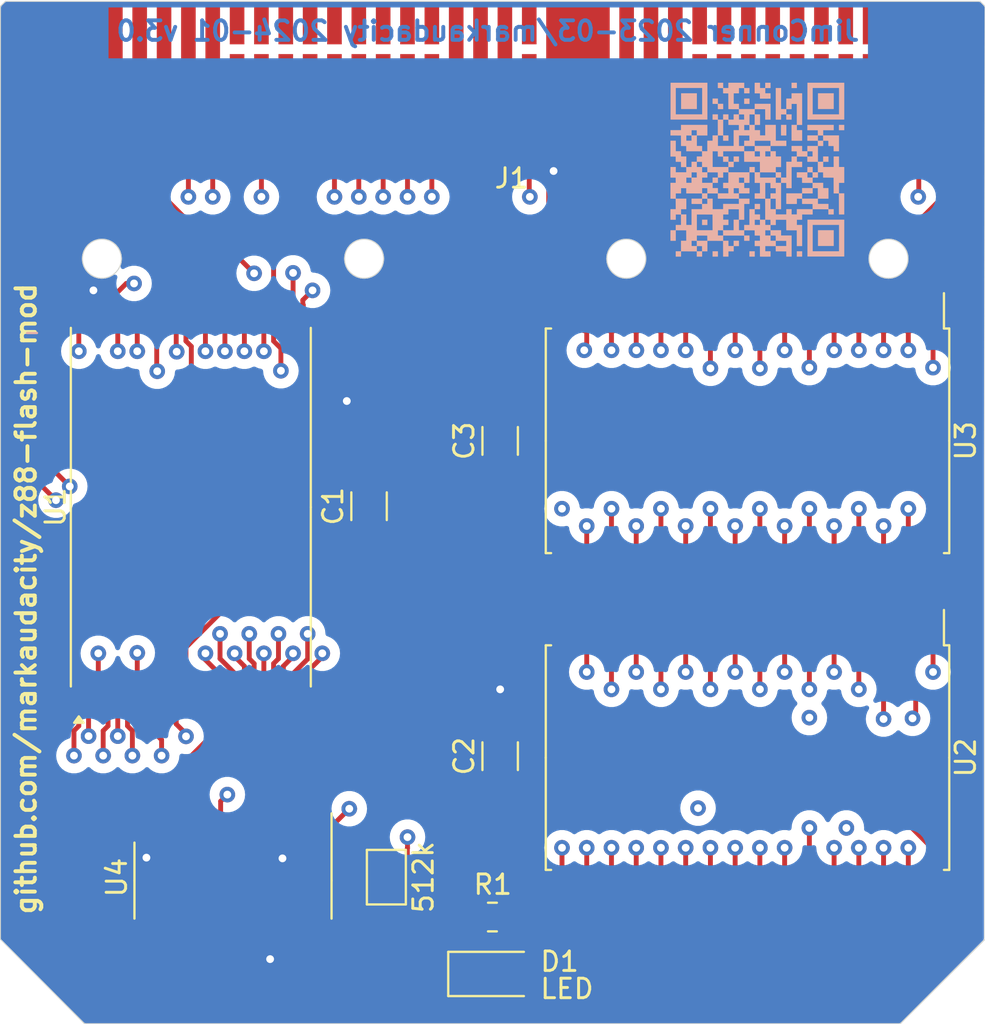
<source format=kicad_pcb>
(kicad_pcb (version 20240108) (generator "pcbnew") (generator_version "8.0")
  (layers (0 "F.Cu" signal) (1 "In1.Cu" signal) (2 "In2.Cu" signal) (31 "B.Cu" signal) (34 "B.Paste" user) (35 "F.Paste" user) (36 "B.SilkS" user "B.Silkscreen") (37 "F.SilkS" user "F.Silkscreen") (38 "B.Mask" user) (39 "F.Mask" user) (44 "Edge.Cuts" user))
  (net 0 "")
  (net 1 "GND")
  (net 2 "VCC")
  (net 3 "/D2")
  (net 4 "/D1")
  (net 5 "/A14")
  (net 6 "/D0")
  (net 7 "/A13")
  (net 8 "/A0")
  (net 9 "/A8")
  (net 10 "/A1")
  (net 11 "/A9")
  (net 12 "/A2")
  (net 13 "/A11")
  (net 14 "/A3")
  (net 15 "/A4")
  (net 16 "/A10")
  (net 17 "/A5")
  (net 18 "/A6")
  (net 19 "/D7")
  (net 20 "/A7")
  (net 21 "/D6")
  (net 22 "/A12")
  (net 23 "/D5")
  (net 24 "/A15")
  (net 25 "/D4")
  (net 26 "/A16")
  (net 27 "/D3")
  (net 28 "/WEL")
  (net 29 "/ROE")
  (net 30 "Net-(D1-K)")
  (net 31 "Net-(D1-A)")
  (net 55 "/A17")
  (net 56 "/A19")
  (net 57 "/A18")
  (net 58 "/~{SE1}")
  (net 76 "Net-(JP1-A)")
  (net 77 "Net-(U3-CE#)")
  (footprint "Capacitor_SMD:C_1206_3216Metric" (layer "F.Cu") (at 141.351 101.727 90)
    (property "Reference" "C2")
    (property "Value" "100nF")
  )
  (footprint "Capacitor_SMD:C_1206_3216Metric" (layer "F.Cu") (at 141.351 85.549 90)
    (property "Reference" "C3")
    (property "Value" "100nF")
  )
  (footprint "Package_SO:SSOP-32_11.305x20.495mm_P1.27mm" (layer "F.Cu") (at 154.051 101.8 -90)
    (property "Reference" "U2")
    (property "Value" "HY628400A LLG-70")
  )
  (footprint "Package_SO:SO-16_3.9x9.9mm_P1.27mm" (layer "F.Cu") (at 127.635 108.112 -90)
    (property "Reference" "U4")
    (property "Value" "74LS139")
  )
  (footprint "LED_SMD:LED_1206_3216Metric" (layer "F.Cu") (at 140.97 112.903)
    (property "Reference" "D1")
    (property "Value" "LED")
  )
  (footprint "Package_SO:TSOP-I-48_18.4x12mm_P0.5mm" (layer "F.Cu") (at 125.469 88.949 90)
    (property "Reference" "U1")
    (property "Value" "AM29F800B [JEDEC 1024k x8 / 512k x 16]")
  )
  (footprint "Jumper:SolderJumper-2_P1.3mm_Open_Pad1.0x1.5mm" (layer "F.Cu") (at 135.509 107.935 90)
    (property "Reference" "JP1")
    (property "Value" "512k")
  )
  (footprint "Resistor_SMD:R_0805_2012Metric_Pad1.20x1.40mm_HandSolder" (layer "F.Cu") (at 140.954 109.982)
    (property "Reference" "R1")
    (property "Value" "220R")
  )
  (footprint "Capacitor_SMD:C_1206_3216Metric" (layer "F.Cu") (at 134.62 88.9 90)
    (property "Reference" "C1")
    (property "Value" "100nF" (hide yes))
  )
  (footprint "Z88_Connector:Z88_connector" (layer "F.Cu") (at 117.844 64.199)
    (property "Reference" "J1")
    (property "Value" "Conn_Z88" (hide yes))
  )
  (footprint "Package_SO:SSOP-32_11.305x20.495mm_P1.27mm" (layer "F.Cu") (at 154.051 85.544 -90)
    (property "Reference" "U3")
    (property "Value" "HY628400A LLG-70")
  )
  (footprint "LOGO" (layer "B.Cu") (at 154.559 71.628 180)
    (property "Reference" "QR_code" (hide yes))
    (property "Value" "LOGO" (hide yes))
  )
  (gr_poly (pts (xy 138.719 66.699) (xy 141.969 66.699) (xy 141.969 70.699) (xy 140.344 72.324) (xy 138.719 70.699)) (fill solid) (layer "F.Cu") (net 2))
  (gr_poly (pts (xy 143.719 63.199) (xy 146.969 63.199) (xy 146.969 68.199) (xy 145.719 68.199) (xy 145.719 70.699) (xy 143.719 72.699)) (fill solid) (layer "F.Cu") (net 1))
  (gr_line (start 117.062 80.01) (end 117.57 80.01) (stroke (width 0.12)) (layer "B.SilkS"))
  (gr_circle (center 147.828 76.2) (end 148.828 76.2) (stroke (width 0.05)) (fill none) (layer "Edge.Cuts"))
  (gr_line (start 115.697 63.246) (end 115.951 62.992) (stroke (width 0.05)) (layer "Edge.Cuts"))
  (gr_circle (center 134.366 76.2) (end 135.366 76.2) (stroke (width 0.05)) (fill none) (layer "Edge.Cuts"))
  (gr_circle (center 120.904 76.2) (end 121.904 76.2) (stroke (width 0.05)) (fill none) (layer "Edge.Cuts"))
  (gr_line (start 120.015 115.459) (end 115.697 111.125) (stroke (width 0.05)) (layer "Edge.Cuts"))
  (gr_line (start 166.243 111.125) (end 161.893 115.459) (stroke (width 0.05)) (layer "Edge.Cuts"))
  (gr_line (start 161.893 115.459) (end 120.015 115.459) (stroke (width 0.05)) (layer "Edge.Cuts"))
  (gr_line (start 165.989 62.992) (end 166.243 63.246) (stroke (width 0.05)) (layer "Edge.Cuts"))
  (gr_circle (center 161.29 76.2) (end 162.29 76.2) (stroke (width 0.05)) (fill none) (layer "Edge.Cuts"))
  (gr_line (start 115.951 62.992) (end 165.989 62.992) (stroke (width 0.05)) (layer "Edge.Cuts"))
  (gr_line (start 115.697 63.246) (end 115.697 111.125) (stroke (width 0.05)) (layer "Edge.Cuts"))
  (gr_line (start 166.243 63.246) (end 166.243 111.125) (stroke (width 0.05)) (layer "Edge.Cuts"))
  (gr_text "JimConner 2023-03/markaudacity 2024-01 v3.0" (at 140.716 64.516 0) (layer "B.Cu") (effects (font (size 1 1) (thickness 0.2)) (justify mirror)))
  (gr_text "github.com/markaudacity/z88-flash-mod" (at 117.594 109.949 90) (layer "F.SilkS") (effects (font (size 1 1) (thickness 0.2) (bold yes)) (justify left bottom)))
  (segment (start 128.27 110.687) (end 128.27 111.125) (width 0.25) (layer "F.Cu") (net 1))
  (segment (start 144.094 71.699) (end 144.094 75.489) (width 0.75) (layer "F.Cu") (net 1))
  (segment (start 130.81 110.687) (end 130.81 111.125) (width 0.25) (layer "F.Cu") (net 1))
  (segment (start 120.219 78.074) (end 120.469 77.824) (width 0.25) (layer "F.Cu") (net 1))
  (segment (start 144.094 75.489) (end 143.383 76.2) (width 0.75) (layer "F.Cu") (net 1))
  (segment (start 141.351 98.298) (end 141.351 100.252) (width 0.5) (layer "F.Cu") (net 1))
  (segment (start 134.62 84.645) (end 134.62 87.425) (width 0.25) (layer "F.Cu") (net 1))
  (segment (start 130.81 111.379) (end 130.81 110.687) (width 0.5) (layer "F.Cu") (net 1))
  (segment (start 133.477 83.502) (end 133.433702 83.502) (width 0.25) (layer "F.Cu") (net 1))
  (segment (start 141.351 84.074) (end 141.351 78.232) (width 0.75) (layer "F.Cu") (net 1))
  (segment (start 123.19 106.934) (end 123.19 105.537) (width 0.5) (layer "F.Cu") (net 1))
  (segment (start 144.526 77.343) (end 143.383 76.2) (width 0.5) (layer "F.Cu") (net 1))
  (segment (start 144.145 97.282) (end 144.526 96.901) (width 0.5) (layer "F.Cu") (net 1))
  (segment (start 144.526 78.994) (end 144.526 77.343) (width 0.5) (layer "F.Cu") (net 1))
  (segment (start 129.54 112.141) (end 130.048 112.141) (width 0.5) (layer "F.Cu") (net 1))
  (segment (start 141.351 98.298) (end 142.367 97.282) (width 0.5) (layer "F.Cu") (net 1))
  (segment (start 120.469 77.824) (end 120.719 78.074) (width 0.25) (layer "F.Cu") (net 1))
  (segment (start 129.54 106.336) (end 129.54 105.537) (width 0.5) (layer "F.Cu") (net 1))
  (segment (start 130.219 80.287298) (end 130.219 79.2615) (width 0.25) (layer "F.Cu") (net 1))
  (segment (start 144.094 66.949) (end 144.094 71.699) (width 0.75) (layer "F.Cu") (net 1))
  (segment (start 120.219 79.2615) (end 120.219 78.074) (width 0.25) (layer "F.Cu") (net 1))
  (segment (start 120.719 78.074) (end 120.719 79.2615) (width 0.25) (layer "F.Cu") (net 1))
  (segment (start 130.175 106.971) (end 129.54 106.336) (width 0.5) (layer "F.Cu") (net 1))
  (segment (start 133.433702 83.502) (end 130.219 80.287298) (width 0.25) (layer "F.Cu") (net 1))
  (segment (start 142.367 97.282) (end 144.145 97.282) (width 0.5) (layer "F.Cu") (net 1))
  (segment (start 128.27 111.506) (end 128.27 110.687) (width 0.5) (layer "F.Cu") (net 1))
  (segment (start 141.351 78.232) (end 143.383 76.2) (width 0.75) (layer "F.Cu") (net 1))
  (segment (start 133.477 83.502) (end 134.62 84.645) (width 0.25) (layer "F.Cu") (net 1))
  (segment (start 128.905 112.141) (end 128.27 111.506) (width 0.5) (layer "F.Cu") (net 1))
  (segment (start 129.54 110.687) (end 129.54 112.141) (width 0.5) (layer "F.Cu") (net 1))
  (segment (start 144.526 96.901) (end 144.526 95.25) (width 0.5) (layer "F.Cu") (net 1))
  (segment (start 130.048 112.141) (end 130.81 111.379) (width 0.5) (layer "F.Cu") (net 1))
  (segment (start 129.54 112.141) (end 128.905 112.141) (width 0.5) (layer "F.Cu") (net 1))
  (via (at 123.19 106.934) (size 0.8) (drill 0.4) (layers "F.Cu" "B.Cu") (net 1))
  (via (at 141.351 98.298) (size 0.8) (drill 0.4) (layers "F.Cu" "B.Cu") (net 1))
  (via (at 133.477 83.502) (size 0.8) (drill 0.4) (layers "F.Cu" "B.Cu") (net 1))
  (via (at 120.469 77.824) (size 0.8) (drill 0.4) (layers "F.Cu" "B.Cu") (net 1))
  (via (at 129.54 112.141) (size 0.8) (drill 0.4) (layers "F.Cu" "B.Cu") (net 1))
  (via (at 130.175 106.971) (size 0.8) (drill 0.4) (layers "F.Cu" "B.Cu") (net 1))
  (via (at 144.094 71.699) (size 0.8) (drill 0.4) (layers "F.Cu" "B.Cu") (net 1))
  (segment (start 161.919 87.024) (end 141.351 87.024) (width 0.5) (layer "F.Cu") (net 2))
  (segment (start 138.303 107.537) (end 139.954 109.188) (width 0.75) (layer "F.Cu") (net 2))
  (segment (start 163.576 92.094) (end 163.576 88.681) (width 0.5) (layer "F.Cu") (net 2))
  (segment (start 139.954 109.188) (end 139.954 109.982) (width 0.75) (layer "F.Cu") (net 2))
  (segment (start 163.576 88.681) (end 161.919 87.024) (width 0.5) (layer "F.Cu") (net 2))
  (segment (start 125.219 98.6365) (end 125.219 96.142) (width 0.25) (layer "F.Cu") (net 2))
  (segment (start 138.303 108.585) (end 138.303 107.537) (width 0.75) (layer "F.Cu") (net 2))
  (segment (start 136.201 110.687) (end 138.303 108.585) (width 0.75) (layer "F.Cu") (net 2))
  (segment (start 160.460859 103.202) (end 163.576 106.317141) (width 0.5) (layer "F.Cu") (net 2))
  (segment (start 132.08 110.687) (end 136.201 110.687) (width 0.75) (layer "F.Cu") (net 2))
  (segment (start 134.62 90.375) (end 135.939 90.375) (width 0.75) (layer "F.Cu") (net 2))
  (segment (start 138.303 85.217) (end 138.303 88.011) (width 0.75) (layer "F.Cu") (net 2))
  (segment (start 140.11 87.024) (end 138.303 85.217) (width 0.75) (layer "F.Cu") (net 2))
  (segment (start 140.344 69.5115) (end 140.344 73.4605) (width 0.75) (layer "F.Cu") (net 2))
  (segment (start 125.494 84.8795) (end 125.494 80.698695) (width 0.25) (layer "F.Cu") (net 2))
  (segment (start 163.576 106.317141) (end 163.576 108.35) (width 0.5) (layer "F.Cu") (net 2))
  (segment (start 125.219 80.423695) (end 125.219 79.2615) (width 0.25) (layer "F.Cu") (net 2))
  (segment (start 140.344 73.4605) (end 138.303 75.5015) (width 0.75) (layer "F.Cu") (net 2))
  (segment (start 138.303 101.6) (end 138.303 107.537) (width 0.75) (layer "F.Cu") (net 2))
  (segment (start 130.9895 90.375) (end 125.494 84.8795) (width 0.25) (layer "F.Cu") (net 2))
  (segment (start 141.351 103.202) (end 139.905 103.202) (width 0.75) (layer "F.Cu") (net 2))
  (segment (start 125.494 80.698695) (end 125.219 80.423695) (width 0.25) (layer "F.Cu") (net 2))
  (segment (start 138.303 75.5015) (end 138.303 85.217) (width 0.75) (layer "F.Cu") (net 2))
  (segment (start 134.62 90.375) (end 130.9895 90.375) (width 0.25) (layer "F.Cu") (net 2))
  (segment (start 135.939 90.375) (end 138.303 88.011) (width 0.75) (layer "F.Cu") (net 2))
  (segment (start 141.351 87.024) (end 140.11 87.024) (width 0.75) (layer "F.Cu") (net 2))
  (segment (start 139.905 103.202) (end 138.303 101.6) (width 0.75) (layer "F.Cu") (net 2))
  (segment (start 138.303 88.011) (end 138.303 101.6) (width 0.75) (layer "F.Cu") (net 2))
  (segment (start 125.219 96.142) (end 130.986 90.375) (width 0.25) (layer "F.Cu") (net 2))
  (segment (start 141.351 103.202) (end 160.460859 103.202) (width 0.5) (layer "F.Cu") (net 2))
  (segment (start 145.796 74.93) (end 147.844 72.882) (width 0.25) (layer "F.Cu") (net 3))
  (segment (start 127.219 79.2615) (end 127.219 80.949) (width 0.25) (layer "F.Cu") (net 3))
  (segment (start 145.669 80.899) (end 145.796 80.772) (width 0.25) (layer "F.Cu") (net 3))
  (segment (start 145.796 80.772) (end 145.796 78.994) (width 0.25) (layer "F.Cu") (net 3))
  (segment (start 145.796 97.409) (end 145.796 95.25) (width 0.25) (layer "F.Cu") (net 3))
  (segment (start 145.669 79.121) (end 145.796 78.994) (width 0.25) (layer "F.Cu") (net 3))
  (segment (start 147.844 72.882) (end 147.844 69.199) (width 0.25) (layer "F.Cu") (net 3))
  (segment (start 145.796 78.994) (end 145.796 74.93) (width 0.25) (layer "F.Cu") (net 3))
  (via (at 145.669 80.899) (size 0.8) (drill 0.4) (layers "F.Cu" "B.Cu") (net 3))
  (via (at 127.219 80.949) (size 0.8) (drill 0.4) (layers "F.Cu" "B.Cu") (net 3))
  (via (at 145.796 97.409) (size 0.8) (drill 0.4) (layers "F.Cu" "B.Cu") (net 3))
  (segment (start 147.066 78.994) (end 147.066 80.899) (width 0.25) (layer "F.Cu") (net 4))
  (segment (start 147.066 98.189611) (end 147.066 95.25) (width 0.25) (layer "F.Cu") (net 4))
  (segment (start 146.431 76.835) (end 146.431 75.5015) (width 0.25) (layer "F.Cu") (net 4))
  (segment (start 128.219 79.2615) (end 128.219 80.949) (width 0.25) (layer "F.Cu") (net 4))
  (segment (start 149.094 72.8385) (end 149.094 69.199) (width 0.25) (layer "F.Cu") (net 4))
  (segment (start 146.431 75.5015) (end 149.094 72.8385) (width 0.25) (layer "F.Cu") (net 4))
  (segment (start 147.066 77.47) (end 146.431 76.835) (width 0.25) (layer "F.Cu") (net 4))
  (segment (start 147.007153 98.248458) (end 147.066 98.189611) (width 0.25) (layer "F.Cu") (net 4))
  (segment (start 147.066 78.994) (end 147.066 77.47) (width 0.25) (layer "F.Cu") (net 4))
  (via (at 147.066 98.298) (size 0.8) (drill 0.4) (layers "F.Cu" "B.Cu") (net 4))
  (via (at 128.219 80.949) (size 0.8) (drill 0.4) (layers "F.Cu" "B.Cu") (net 4))
  (via (at 147.066 80.899) (size 0.8) (drill 0.4) (layers "F.Cu" "B.Cu") (net 4))
  (segment (start 142.844 68.199) (end 142.844 72.994) (width 0.25) (layer "F.Cu") (net 5))
  (segment (start 161.036 99.822) (end 161.036 95.25) (width 0.25) (layer "F.Cu") (net 5))
  (segment (start 161.036 78.994) (end 161.036 80.899) (width 0.25) (layer "F.Cu") (net 5))
  (segment (start 142.844 72.994) (end 142.875 73.025) (width 0.25) (layer "F.Cu") (net 5))
  (segment (start 120.719 98.6365) (end 120.719 96.449) (width 0.25) (layer "F.Cu") (net 5))
  (via (at 161.036 80.899) (size 0.8) (drill 0.4) (layers "F.Cu" "B.Cu") (net 5))
  (via (at 161.036 99.822) (size 0.8) (drill 0.4) (layers "F.Cu" "B.Cu") (net 5))
  (via (at 142.875 73.025) (size 0.8) (drill 0.4) (layers "F.Cu" "B.Cu") (net 5))
  (via (at 120.719 96.449) (size 0.8) (drill 0.4) (layers "F.Cu" "B.Cu") (net 5))
  (segment (start 148.336 77.724) (end 149.225 76.835) (width 0.25) (layer "F.Cu") (net 6))
  (segment (start 149.225 74.144) (end 150.344 73.025) (width 0.25) (layer "F.Cu") (net 6))
  (segment (start 148.344 80.899) (end 148.336 80.891) (width 0.25) (layer "F.Cu") (net 6))
  (segment (start 129.219 79.2615) (end 129.219 80.949) (width 0.25) (layer "F.Cu") (net 6))
  (segment (start 148.336 80.891) (end 148.336 78.994) (width 0.25) (layer "F.Cu") (net 6))
  (segment (start 150.344 73.025) (end 150.344 69.199) (width 0.25) (layer "F.Cu") (net 6))
  (segment (start 149.225 76.835) (end 149.225 74.144) (width 0.25) (layer "F.Cu") (net 6))
  (segment (start 148.336 78.994) (end 148.336 77.724) (width 0.25) (layer "F.Cu") (net 6))
  (segment (start 148.336 95.25) (end 148.336 97.409) (width 0.25) (layer "F.Cu") (net 6))
  (via (at 148.344 80.899) (size 0.8) (drill 0.4) (layers "F.Cu" "B.Cu") (net 6))
  (via (at 129.219 80.949) (size 0.8) (drill 0.4) (layers "F.Cu" "B.Cu") (net 6))
  (via (at 148.336 97.409) (size 0.8) (drill 0.4) (layers "F.Cu" "B.Cu") (net 6))
  (segment (start 158.496 89.916) (end 158.496 92.094) (width 0.25) (layer "F.Cu") (net 7))
  (segment (start 158.496 108.35) (end 158.496 106.426) (width 0.25) (layer "F.Cu") (net 7))
  (segment (start 136.594 68.199) (end 136.594 73.025) (width 0.25) (layer "F.Cu") (net 7))
  (segment (start 121.219 98.6365) (end 121.219 100.173695) (width 0.25) (layer "F.Cu") (net 7))
  (segment (start 120.969 100.423695) (end 120.969 101.699) (width 0.25) (layer "F.Cu") (net 7))
  (segment (start 158.496 92.094) (end 158.496 89.789) (width 0.25) (layer "F.Cu") (net 7))
  (segment (start 121.219 100.173695) (end 120.969 100.423695) (width 0.25) (layer "F.Cu") (net 7))
  (via (at 158.496 89.916) (size 0.8) (drill 0.4) (layers "F.Cu" "B.Cu") (net 7))
  (via (at 158.496 106.426) (size 0.8) (drill 0.4) (layers "F.Cu" "B.Cu") (net 7))
  (via (at 136.594 73.025) (size 0.8) (drill 0.4) (layers "F.Cu" "B.Cu") (net 7))
  (via (at 120.969 101.699) (size 0.8) (drill 0.4) (layers "F.Cu" "B.Cu") (net 7))
  (segment (start 121.219 78.406236) (end 121.219 79.2615) (width 0.25) (layer "F.Cu") (net 8))
  (segment (start 149.606 78.994) (end 149.606 77.47) (width 0.25) (layer "F.Cu") (net 8))
  (segment (start 149.606 77.47) (end 149.987 77.089) (width 0.25) (layer "F.Cu") (net 8))
  (segment (start 149.606 80.899) (end 149.606 78.994) (width 0.25) (layer "F.Cu") (net 8))
  (segment (start 122.155236 77.47) (end 121.219 78.406236) (width 0.25) (layer "F.Cu") (net 8))
  (segment (start 122.555 77.47) (end 122.155236 77.47) (width 0.25) (layer "F.Cu") (net 8))
  (segment (start 149.606 98.298) (end 149.606 95.25) (width 0.25) (layer "F.Cu") (net 8))
  (segment (start 149.987 77.089) (end 149.987 74.632) (width 0.25) (layer "F.Cu") (net 8))
  (segment (start 151.594 73.025) (end 151.594 68.199) (width 0.25) (layer "F.Cu") (net 8))
  (segment (start 149.987 74.632) (end 151.594 73.025) (width 0.25) (layer "F.Cu") (net 8))
  (via (at 149.606 80.899) (size 0.8) (drill 0.4) (layers "F.Cu" "B.Cu") (net 8))
  (via (at 149.606 98.298) (size 0.8) (drill 0.4) (layers "F.Cu" "B.Cu") (net 8))
  (via (at 122.555 77.47) (size 0.8) (drill 0.4) (layers "F.Cu" "B.Cu") (net 8))
  (segment (start 135.344 73.025) (end 135.344 68.199) (width 0.25) (layer "F.Cu") (net 9))
  (segment (start 128.219 97.110701) (end 127.719003 96.610704) (width 0.25) (layer "F.Cu") (net 9))
  (segment (start 127.719003 96.610704) (end 127.719003 96.449) (width 0.25) (layer "F.Cu") (net 9))
  (segment (start 128.219 98.6365) (end 128.219 97.110701) (width 0.25) (layer "F.Cu") (net 9))
  (segment (start 157.226 105.41) (end 157.226 108.35) (width 0.25) (layer "F.Cu") (net 9))
  (segment (start 157.226 89.027) (end 157.226 92.094) (width 0.25) (layer "F.Cu") (net 9))
  (via (at 157.226 89.027) (size 0.8) (drill 0.4) (layers "F.Cu" "B.Cu") (net 9))
  (via (at 135.344 73.025) (size 0.8) (drill 0.4) (layers "F.Cu" "B.Cu") (net 9))
  (via (at 157.226 99.748) (size 0.8) (drill 0.4) (layers "F.Cu" "B.Cu") (net 9))
  (via (at 157.226 105.41) (size 0.8) (drill 0.4) (layers "F.Cu" "B.Cu") (net 9))
  (via (at 127.719003 96.449) (size 0.8) (drill 0.4) (layers "F.Cu" "B.Cu") (net 9))
  (segment (start 150.876 97.409) (end 150.876 95.25) (width 0.25) (layer "F.Cu") (net 10))
  (segment (start 131.719 77.824) (end 131.219 78.324) (width 0.25) (layer "F.Cu") (net 10))
  (segment (start 152.844 72.962) (end 152.844 68.199) (width 0.25) (layer "F.Cu") (net 10))
  (segment (start 150.876 78.994) (end 150.876 74.93) (width 0.25) (layer "F.Cu") (net 10))
  (segment (start 131.219 78.324) (end 131.219 79.2615) (width 0.25) (layer "F.Cu") (net 10))
  (segment (start 150.876 74.93) (end 152.844 72.962) (width 0.25) (layer "F.Cu") (net 10))
  (segment (start 150.876 80.899) (end 150.876 78.994) (width 0.25) (layer "F.Cu") (net 10))
  (via (at 150.876 80.899) (size 0.8) (drill 0.4) (layers "F.Cu" "B.Cu") (net 10))
  (via (at 131.719 77.824) (size 0.8) (drill 0.4) (layers "F.Cu" "B.Cu") (net 10))
  (via (at 150.876 97.409) (size 0.8) (drill 0.4) (layers "F.Cu" "B.Cu") (net 10))
  (segment (start 123.219 98.6365) (end 123.219 100.1365) (width 0.25) (layer "F.Cu") (net 11))
  (segment (start 134.094 68.199) (end 134.094 73.025) (width 0.25) (layer "F.Cu") (net 11))
  (segment (start 123.969 100.8865) (end 123.969 101.699) (width 0.25) (layer "F.Cu") (net 11))
  (segment (start 155.956 108.35) (end 155.956 106.426) (width 0.25) (layer "F.Cu") (net 11))
  (segment (start 155.956 89.916) (end 155.956 92.094) (width 0.25) (layer "F.Cu") (net 11))
  (segment (start 123.219 100.1365) (end 123.969 100.8865) (width 0.25) (layer "F.Cu") (net 11))
  (via (at 123.969 101.699) (size 0.8) (drill 0.4) (layers "F.Cu" "B.Cu") (net 11))
  (via (at 155.956 89.916) (size 0.8) (drill 0.4) (layers "F.Cu" "B.Cu") (net 11))
  (via (at 155.956 106.426) (size 0.8) (drill 0.4) (layers "F.Cu" "B.Cu") (net 11))
  (via (at 134.094 73.025) (size 0.8) (drill 0.4) (layers "F.Cu" "B.Cu") (net 11))
  (segment (start 131.219 97.626514) (end 132.219 96.626514) (width 0.25) (layer "F.Cu") (net 12))
  (segment (start 152.146 74.93) (end 154.094 72.982) (width 0.25) (layer "F.Cu") (net 12))
  (segment (start 152.146 78.994) (end 152.146 81.824) (width 0.25) (layer "F.Cu") (net 12))
  (segment (start 132.219 96.626514) (end 132.219 96.449) (width 0.25) (layer "F.Cu") (net 12))
  (segment (start 154.094 72.982) (end 154.094 68.199) (width 0.25) (layer "F.Cu") (net 12))
  (segment (start 152.146 78.994) (end 152.146 74.93) (width 0.25) (layer "F.Cu") (net 12))
  (segment (start 152.146 98.298) (end 152.146 95.25) (width 0.25) (layer "F.Cu") (net 12))
  (segment (start 131.219 98.6365) (end 131.219 97.626514) (width 0.25) (layer "F.Cu") (net 12))
  (via (at 152.146 98.298) (size 0.8) (drill 0.4) (layers "F.Cu" "B.Cu") (net 12))
  (via (at 152.146 81.824) (size 0.8) (drill 0.4) (layers "F.Cu" "B.Cu") (net 12))
  (via (at 132.219 96.449) (size 0.8) (drill 0.4) (layers "F.Cu" "B.Cu") (net 12))
  (segment (start 154.686 89.027) (end 154.686 92.094) (width 0.25) (layer "F.Cu") (net 13))
  (segment (start 154.686 108.35) (end 154.686 106.426) (width 0.25) (layer "F.Cu") (net 13))
  (segment (start 122.219 98.6365) (end 122.219 100.173695) (width 0.25) (layer "F.Cu") (net 13))
  (segment (start 122.219 100.173695) (end 122.469 100.423695) (width 0.25) (layer "F.Cu") (net 13))
  (segment (start 122.469 100.423695) (end 122.469 101.699) (width 0.25) (layer "F.Cu") (net 13))
  (segment (start 132.844 73.025) (end 132.844 68.199) (width 0.25) (layer "F.Cu") (net 13))
  (via (at 132.844 73.025) (size 0.8) (drill 0.4) (layers "F.Cu" "B.Cu") (net 13))
  (via (at 122.469 101.699) (size 0.8) (drill 0.4) (layers "F.Cu" "B.Cu") (net 13))
  (via (at 154.686 89.027) (size 0.8) (drill 0.4) (layers "F.Cu" "B.Cu") (net 13))
  (via (at 154.686 106.426) (size 0.8) (drill 0.4) (layers "F.Cu" "B.Cu") (net 13))
  (segment (start 131.469 96.740118) (end 131.469 95.449) (width 0.25) (layer "F.Cu") (net 14))
  (segment (start 153.416 78.994) (end 153.416 80.899) (width 0.25) (layer "F.Cu") (net 14))
  (segment (start 153.416 74.93) (end 155.344 73.002) (width 0.25) (layer "F.Cu") (net 14))
  (segment (start 153.416 78.994) (end 153.416 74.93) (width 0.25) (layer "F.Cu") (net 14))
  (segment (start 155.344 73.002) (end 155.344 68.199) (width 0.25) (layer "F.Cu") (net 14))
  (segment (start 130.719 98.6365) (end 130.719 97.490118) (width 0.25) (layer "F.Cu") (net 14))
  (segment (start 153.416 97.409) (end 153.416 95.25) (width 0.25) (layer "F.Cu") (net 14))
  (segment (start 130.719 97.490118) (end 131.469 96.740118) (width 0.25) (layer "F.Cu") (net 14))
  (via (at 153.416 80.899) (size 0.8) (drill 0.4) (layers "F.Cu" "B.Cu") (net 14))
  (via (at 153.416 97.409) (size 0.8) (drill 0.4) (layers "F.Cu" "B.Cu") (net 14))
  (via (at 131.469 95.449) (size 0.8) (drill 0.4) (layers "F.Cu" "B.Cu") (net 14))
  (segment (start 130.219 98.6365) (end 130.219 97.110701) (width 0.25) (layer "F.Cu") (net 15))
  (segment (start 154.686 78.994) (end 154.686 81.824) (width 0.25) (layer "F.Cu") (net 15))
  (segment (start 154.686 98.298) (end 154.686 95.25) (width 0.25) (layer "F.Cu") (net 15))
  (segment (start 154.686 78.994) (end 154.686 74.933) (width 0.25) (layer "F.Cu") (net 15))
  (segment (start 156.594 73.025) (end 156.594 68.199) (width 0.25) (layer "F.Cu") (net 15))
  (segment (start 130.719 96.610701) (end 130.719 96.449) (width 0.25) (layer "F.Cu") (net 15))
  (segment (start 130.219 97.110701) (end 130.719 96.610701) (width 0.25) (layer "F.Cu") (net 15))
  (segment (start 154.686 74.933) (end 156.594 73.025) (width 0.25) (layer "F.Cu") (net 15))
  (via (at 130.719 96.449) (size 0.8) (drill 0.4) (layers "F.Cu" "B.Cu") (net 15))
  (via (at 154.686 98.298) (size 0.8) (drill 0.4) (layers "F.Cu" "B.Cu") (net 15))
  (via (at 154.686 81.824) (size 0.8) (drill 0.4) (layers "F.Cu" "B.Cu") (net 15))
  (segment (start 122.719 96.424) (end 122.719 98.6365) (width 0.25) (layer "F.Cu") (net 16))
  (segment (start 152.146 108.35) (end 152.146 106.426) (width 0.25) (layer "F.Cu") (net 16))
  (segment (start 129.094 68.199) (end 129.094 73.025) (width 0.25) (layer "F.Cu") (net 16))
  (segment (start 152.146 89.027) (end 152.146 92.094) (width 0.25) (layer "F.Cu") (net 16))
  (via (at 152.146 106.426) (size 0.8) (drill 0.4) (layers "F.Cu" "B.Cu") (net 16))
  (via (at 152.146 89.027) (size 0.8) (drill 0.4) (layers "F.Cu" "B.Cu") (net 16))
  (via (at 122.719 96.424) (size 0.8) (drill 0.4) (layers "F.Cu" "B.Cu") (net 16))
  (via (at 129.094 73.025) (size 0.8) (drill 0.4) (layers "F.Cu" "B.Cu") (net 16))
  (segment (start 155.956 97.409) (end 155.956 95.25) (width 0.25) (layer "F.Cu") (net 17))
  (segment (start 129.969 96.724305) (end 129.969 95.449) (width 0.25) (layer "F.Cu") (net 17))
  (segment (start 155.956 74.93) (end 157.861 73.025) (width 0.25) (layer "F.Cu") (net 17))
  (segment (start 129.719 98.6365) (end 129.719 96.974305) (width 0.25) (layer "F.Cu") (net 17))
  (segment (start 155.956 78.994) (end 155.956 74.93) (width 0.25) (layer "F.Cu") (net 17))
  (segment (start 129.719 96.974305) (end 129.969 96.724305) (width 0.25) (layer "F.Cu") (net 17))
  (segment (start 157.861 73.025) (end 157.861 68.043) (width 0.25) (layer "F.Cu") (net 17))
  (segment (start 155.956 78.994) (end 155.956 80.899) (width 0.25) (layer "F.Cu") (net 17))
  (segment (start 157.861 68.043) (end 157.896 68.008) (width 0.25) (layer "F.Cu") (net 17))
  (via (at 155.956 80.899) (size 0.8) (drill 0.4) (layers "F.Cu" "B.Cu") (net 17))
  (via (at 129.969 95.449) (size 0.8) (drill 0.4) (layers "F.Cu" "B.Cu") (net 17))
  (via (at 155.956 97.409) (size 0.8) (drill 0.4) (layers "F.Cu" "B.Cu") (net 17))
  (segment (start 157.226 98.298) (end 157.226 95.25) (width 0.25) (layer "F.Cu") (net 18))
  (segment (start 157.226 78.994) (end 157.226 74.931396) (width 0.25) (layer "F.Cu") (net 18))
  (segment (start 157.226 74.931396) (end 159.094 73.063396) (width 0.25) (layer "F.Cu") (net 18))
  (segment (start 159.094 73.063396) (end 159.094 68.199) (width 0.25) (layer "F.Cu") (net 18))
  (segment (start 157.226 78.994) (end 157.226 81.788) (width 0.25) (layer "F.Cu") (net 18))
  (segment (start 129.219 98.6365) (end 129.219 96.449) (width 0.25) (layer "F.Cu") (net 18))
  (via (at 157.226 98.298) (size 0.8) (drill 0.4) (layers "F.Cu" "B.Cu") (net 18))
  (via (at 157.226 81.788) (size 0.8) (drill 0.4) (layers "F.Cu" "B.Cu") (net 18))
  (via (at 129.219 96.449) (size 0.8) (drill 0.4) (layers "F.Cu" "B.Cu") (net 18))
  (segment (start 126.594 69.199) (end 126.594 73.025) (width 0.25) (layer "F.Cu") (net 19))
  (segment (start 149.606 108.35) (end 149.606 106.426) (width 0.25) (layer "F.Cu") (net 19))
  (segment (start 121.719 79.2615) (end 121.719 80.949) (width 0.25) (layer "F.Cu") (net 19))
  (segment (start 149.606 89.027) (end 149.606 92.094) (width 0.25) (layer "F.Cu") (net 19))
  (via (at 126.594 73.025) (size 0.8) (drill 0.4) (layers "F.Cu" "B.Cu") (net 19))
  (via (at 149.606 106.426) (size 0.8) (drill 0.4) (layers "F.Cu" "B.Cu") (net 19))
  (via (at 121.719 80.949) (size 0.8) (drill 0.4) (layers "F.Cu" "B.Cu") (net 19))
  (via (at 149.606 89.027) (size 0.8) (drill 0.4) (layers "F.Cu" "B.Cu") (net 19))
  (segment (start 128.719 98.6365) (end 128.719 96.974305) (width 0.25) (layer "F.Cu") (net 20))
  (segment (start 128.469 96.724305) (end 128.469 95.449) (width 0.25) (layer "F.Cu") (net 20))
  (segment (start 158.496 74.93) (end 160.344 73.082) (width 0.25) (layer "F.Cu") (net 20))
  (segment (start 158.496 97.409) (end 158.496 95.25) (width 0.25) (layer "F.Cu") (net 20))
  (segment (start 158.496 78.994) (end 158.496 74.93) (width 0.25) (layer "F.Cu") (net 20))
  (segment (start 158.496 78.994) (end 158.496 80.899) (width 0.25) (layer "F.Cu") (net 20))
  (segment (start 160.344 73.082) (end 160.344 68.199) (width 0.25) (layer "F.Cu") (net 20))
  (segment (start 128.719 96.974305) (end 128.469 96.724305) (width 0.25) (layer "F.Cu") (net 20))
  (via (at 128.469 95.449) (size 0.8) (drill 0.4) (layers "F.Cu" "B.Cu") (net 20))
  (via (at 158.496 80.899) (size 0.8) (drill 0.4) (layers "F.Cu" "B.Cu") (net 20))
  (via (at 158.496 97.409) (size 0.8) (drill 0.4) (layers "F.Cu" "B.Cu") (net 20))
  (segment (start 148.336 89.916) (end 148.336 92.094) (width 0.25) (layer "F.Cu") (net 21))
  (segment (start 125.344 69.199) (end 125.344 73.025) (width 0.25) (layer "F.Cu") (net 21))
  (segment (start 122.719 79.2615) (end 122.719 80.949) (width 0.25) (layer "F.Cu") (net 21))
  (segment (start 148.336 108.35) (end 148.336 106.426) (width 0.25) (layer "F.Cu") (net 21))
  (via (at 148.336 89.916) (size 0.8) (drill 0.4) (layers "F.Cu" "B.Cu") (net 21))
  (via (at 122.719 80.949) (size 0.8) (drill 0.4) (layers "F.Cu" "B.Cu") (net 21))
  (via (at 125.344 73.025) (size 0.8) (drill 0.4) (layers "F.Cu" "B.Cu") (net 21))
  (via (at 148.336 106.426) (size 0.8) (drill 0.4) (layers "F.Cu" "B.Cu") (net 21))
  (segment (start 161.594 73.102) (end 159.766 74.93) (width 0.25) (layer "F.Cu") (net 22))
  (segment (start 159.766 98.298) (end 159.766 95.25) (width 0.25) (layer "F.Cu") (net 22))
  (segment (start 159.766 74.93) (end 159.766 78.994) (width 0.25) (layer "F.Cu") (net 22))
  (segment (start 159.766 78.994) (end 159.766 80.899) (width 0.25) (layer "F.Cu") (net 22))
  (segment (start 161.594 68.199) (end 161.594 73.102) (width 0.25) (layer "F.Cu") (net 22))
  (segment (start 121.719 98.6365) (end 121.719 100.699) (width 0.25) (layer "F.Cu") (net 22))
  (via (at 159.126 105.41) (size 0.8) (drill 0.4) (layers "F.Cu" "B.Cu") (net 22))
  (via (at 159.766 98.298) (size 0.8) (drill 0.4) (layers "F.Cu" "B.Cu") (net 22))
  (via (at 159.766 80.899) (size 0.8) (drill 0.4) (layers "F.Cu" "B.Cu") (net 22))
  (via (at 121.719 100.699) (size 0.8) (drill 0.4) (layers "F.Cu" "B.Cu") (net 22))
  (segment (start 123.719 81.949) (end 123.744305 81.974305) (width 0.25) (layer "F.Cu") (net 23))
  (segment (start 123.719 79.2615) (end 123.719 81.949) (width 0.25) (layer "F.Cu") (net 23))
  (segment (start 147.066 108.35) (end 147.066 106.426) (width 0.25) (layer "F.Cu") (net 23))
  (segment (start 123.719 75.205) (end 123.719 79.2615) (width 0.25) (layer "F.Cu") (net 23))
  (segment (start 121.594 73.08) (end 123.719 75.205) (width 0.25) (layer "F.Cu") (net 23))
  (segment (start 147.066 89.027) (end 147.066 92.094) (width 0.25) (layer "F.Cu") (net 23))
  (segment (start 121.594 69.199) (end 121.594 73.08) (width 0.25) (layer "F.Cu") (net 23))
  (via (at 147.066 106.426) (size 0.8) (drill 0.4) (layers "F.Cu" "B.Cu") (net 23))
  (via (at 123.744305 81.974305) (size 0.8) (drill 0.4) (layers "F.Cu" "B.Cu") (net 23))
  (via (at 147.066 89.027) (size 0.8) (drill 0.4) (layers "F.Cu" "B.Cu") (net 23))
  (segment (start 162.306 108.35) (end 162.306 106.426) (width 0.25) (layer "F.Cu") (net 24))
  (segment (start 162.814 73.025) (end 162.844 72.995) (width 0.25) (layer "F.Cu") (net 24))
  (segment (start 120.219 98.6365) (end 120.219 100.699) (width 0.25) (layer "F.Cu") (net 24))
  (segment (start 162.306 89.027) (end 162.306 92.094) (width 0.25) (layer "F.Cu") (net 24))
  (segment (start 162.844 72.995) (end 162.844 68.199) (width 0.25) (layer "F.Cu") (net 24))
  (segment (start 162.814 68.09) (end 162.896 68.008) (width 0.25) (layer "F.Cu") (net 24))
  (via (at 120.219 100.699) (size 0.8) (drill 0.4) (layers "F.Cu" "B.Cu") (net 24))
  (via (at 162.306 89.027) (size 0.8) (drill 0.4) (layers "F.Cu" "B.Cu") (net 24))
  (via (at 162.814 73.025) (size 0.8) (drill 0.4) (layers "F.Cu" "B.Cu") (net 24))
  (via (at 162.306 106.426) (size 0.8) (drill 0.4) (layers "F.Cu" "B.Cu") (net 24))
  (segment (start 122.844 73.06) (end 124.719 74.935) (width 0.25) (layer "F.Cu") (net 25))
  (segment (start 122.844 69.199) (end 122.844 73.06) (width 0.25) (layer "F.Cu") (net 25))
  (segment (start 124.719 80.949) (end 124.744305 80.974305) (width 0.25) (layer "F.Cu") (net 25))
  (segment (start 145.796 92.094) (end 145.796 89.916) (width 0.25) (layer "F.Cu") (net 25))
  (segment (start 145.796 108.35) (end 145.796 106.426) (width 0.25) (layer "F.Cu") (net 25))
  (segment (start 124.719 79.2615) (end 124.719 80.949) (width 0.25) (layer "F.Cu") (net 25))
  (segment (start 124.719 74.935) (end 124.719 79.2615) (width 0.25) (layer "F.Cu") (net 25))
  (via (at 145.796 106.426) (size 0.8) (drill 0.4) (layers "F.Cu" "B.Cu") (net 25))
  (via (at 124.744305 80.974305) (size 0.8) (drill 0.4) (layers "F.Cu" "B.Cu") (net 25))
  (via (at 145.796 89.916) (size 0.8) (drill 0.4) (layers "F.Cu" "B.Cu") (net 25))
  (segment (start 162.306 98.044) (end 162.306 95.25) (width 0.25) (layer "F.Cu") (net 26))
  (segment (start 164.094 68.199) (end 164.094 73.015) (width 0.25) (layer "F.Cu") (net 26))
  (segment (start 119.469 100.423695) (end 119.469 101.699) (width 0.25) (layer "F.Cu") (net 26))
  (segment (start 162.687 99.621) (end 162.687 98.425) (width 0.25) (layer "F.Cu") (net 26))
  (segment (start 162.687 74.422) (end 162.687 77.089) (width 0.25) (layer "F.Cu") (net 26))
  (segment (start 162.306 78.994) (end 162.306 80.899) (width 0.25) (layer "F.Cu") (net 26))
  (segment (start 162.687 77.089) (end 162.306 77.47) (width 0.25) (layer "F.Cu") (net 26))
  (segment (start 119.719 100.173695) (end 119.469 100.423695) (width 0.25) (layer "F.Cu") (net 26))
  (segment (start 119.719 98.6365) (end 119.719 100.173695) (width 0.25) (layer "F.Cu") (net 26))
  (segment (start 162.523 99.785) (end 162.687 99.621) (width 0.25) (layer "F.Cu") (net 26))
  (segment (start 162.687 98.425) (end 162.306 98.044) (width 0.25) (layer "F.Cu") (net 26))
  (segment (start 162.306 77.47) (end 162.306 78.994) (width 0.25) (layer "F.Cu") (net 26))
  (segment (start 164.094 73.015) (end 162.687 74.422) (width 0.25) (layer "F.Cu") (net 26))
  (via (at 119.469 101.699) (size 0.8) (drill 0.4) (layers "F.Cu" "B.Cu") (net 26))
  (via (at 162.306 80.899) (size 0.8) (drill 0.4) (layers "F.Cu" "B.Cu") (net 26))
  (via (at 162.523 99.785) (size 0.8) (drill 0.4) (layers "F.Cu" "B.Cu") (net 26))
  (segment (start 124.094 73.04) (end 126.219 75.165) (width 0.25) (layer "F.Cu") (net 27))
  (segment (start 126.219 80.949) (end 126.219 79.2615) (width 0.25) (layer "F.Cu") (net 27))
  (segment (start 144.526 108.35) (end 144.526 106.426) (width 0.25) (layer "F.Cu") (net 27))
  (segment (start 124.094 69.199) (end 124.094 73.04) (width 0.25) (layer "F.Cu") (net 27))
  (segment (start 126.219 75.165) (end 126.219 79.2615) (width 0.25) (layer "F.Cu") (net 27))
  (via (at 144.526 89.027) (size 0.8) (drill 0.4) (layers "F.Cu" "B.Cu") (net 27))
  (via (at 126.219 80.949) (size 0.8) (drill 0.4) (layers "F.Cu" "B.Cu") (net 27))
  (via (at 144.526 106.426) (size 0.8) (drill 0.4) (layers "F.Cu" "B.Cu") (net 27))
  (segment (start 125.222 100.5815) (end 124.719 100.0785) (width 0.25) (layer "F.Cu") (net 28))
  (segment (start 159.766 108.35) (end 159.766 106.426) (width 0.25) (layer "F.Cu") (net 28))
  (segment (start 125.222 100.711) (end 125.222 100.5815) (width 0.25) (layer "F.Cu") (net 28))
  (segment (start 124.719 100.0785) (end 124.719 98.6365) (width 0.25) (layer "F.Cu") (net 28))
  (segment (start 137.844 68.199) (end 137.844 73.025) (width 0.25) (layer "F.Cu") (net 28))
  (segment (start 159.766 89.027) (end 159.766 92.094) (width 0.25) (layer "F.Cu") (net 28))
  (via (at 159.766 106.426) (size 0.8) (drill 0.4) (layers "F.Cu" "B.Cu") (net 28))
  (via (at 125.222 100.711) (size 0.8) (drill 0.4) (layers "F.Cu" "B.Cu") (net 28))
  (via (at 159.766 89.027) (size 0.8) (drill 0.4) (layers "F.Cu" "B.Cu") (net 28))
  (via (at 137.844 73.025) (size 0.8) (drill 0.4) (layers "F.Cu" "B.Cu") (net 28))
  (segment (start 130.094 81.949) (end 130.094 80.798695) (width 0.25) (layer "F.Cu") (net 29))
  (segment (start 129.719 79.2615) (end 129.719 75.132) (width 0.25) (layer "F.Cu") (net 29))
  (segment (start 130.344 74.507) (end 130.344 68.199) (width 0.25) (layer "F.Cu") (net 29))
  (segment (start 153.416 89.916) (end 153.416 92.094) (width 0.25) (layer "F.Cu") (net 29))
  (segment (start 130.094 80.798695) (end 129.719 80.423695) (width 0.25) (layer "F.Cu") (net 29))
  (segment (start 129.719 75.132) (end 130.344 74.507) (width 0.25) (layer "F.Cu") (net 29))
  (segment (start 129.719 80.423695) (end 129.719 79.2615) (width 0.25) (layer "F.Cu") (net 29))
  (segment (start 153.416 108.35) (end 153.416 106.426) (width 0.25) (layer "F.Cu") (net 29))
  (via (at 130.094 81.949) (size 0.8) (drill 0.4) (layers "F.Cu" "B.Cu") (net 29))
  (via (at 153.416 89.916) (size 0.8) (drill 0.4) (layers "F.Cu" "B.Cu") (net 29))
  (via (at 153.416 106.426) (size 0.8) (drill 0.4) (layers "F.Cu" "B.Cu") (net 29))
  (segment (start 122.174 104.267) (end 122.174 111.76) (width 0.25) (layer "F.Cu") (net 30))
  (segment (start 123.571 103.632) (end 122.809 103.632) (width 0.25) (layer "F.Cu") (net 30))
  (segment (start 126.719 98.6365) (end 126.719 100.484) (width 0.25) (layer "F.Cu") (net 30))
  (segment (start 122.174 111.76) (end 123.317 112.903) (width 0.25) (layer "F.Cu") (net 30))
  (segment (start 123.317 112.903) (end 139.57 112.903) (width 0.25) (layer "F.Cu") (net 30))
  (segment (start 126.719 100.484) (end 123.571 103.632) (width 0.25) (layer "F.Cu") (net 30))
  (segment (start 122.809 103.632) (end 122.174 104.267) (width 0.25) (layer "F.Cu") (net 30))
  (segment (start 142.37 111.509) (end 142.37 112.903) (width 0.25) (layer "F.Cu") (net 31))
  (segment (start 141.954 109.982) (end 141.954 111.093) (width 0.25) (layer "F.Cu") (net 31))
  (segment (start 141.954 111.093) (end 142.37 111.509) (width 0.25) (layer "F.Cu") (net 31))
  (segment (start 119.719 79.2615) (end 119.719 80.949) (width 0.25) (layer "F.Cu") (net 55))
  (segment (start 120.344 73.077) (end 120.344 68.144) (width 0.25) (layer "F.Cu") (net 55))
  (segment (start 119.507 77.089) (end 119.507 73.914) (width 0.25) (layer "F.Cu") (net 55))
  (segment (start 161.036 89.916) (end 161.036 92.094) (width 0.25) (layer "F.Cu") (net 55))
  (segment (start 119.507 73.914) (end 120.344 73.077) (width 0.25) (layer "F.Cu") (net 55))
  (segment (start 120.396 68.08) (end 120.396 70.205) (width 0.25) (layer "F.Cu") (net 55))
  (segment (start 119.719 77.301) (end 119.507 77.089) (width 0.25) (layer "F.Cu") (net 55))
  (segment (start 161.036 108.35) (end 161.036 106.426) (width 0.25) (layer "F.Cu") (net 55))
  (segment (start 119.719 79.2615) (end 119.719 77.301) (width 0.25) (layer "F.Cu") (net 55))
  (via (at 161.036 89.916) (size 0.8) (drill 0.4) (layers "F.Cu" "B.Cu") (net 55))
  (via (at 119.719 80.949) (size 0.8) (drill 0.4) (layers "F.Cu" "B.Cu") (net 55))
  (via (at 161.036 106.426) (size 0.8) (drill 0.4) (layers "F.Cu" "B.Cu") (net 55))
  (segment (start 127.219 98.6365) (end 127.219 97.781236) (width 0.25) (layer "F.Cu") (net 56))
  (segment (start 127.219 100.422) (end 130.81 104.013) (width 0.25) (layer "F.Cu") (net 56))
  (segment (start 117.844 87.889216) (end 118.545892 88.591108) (width 0.25) (layer "F.Cu") (net 56))
  (segment (start 130.81 104.013) (end 130.81 105.537) (width 0.25) (layer "F.Cu") (net 56))
  (segment (start 117.844 68.144) (end 117.844 87.889216) (width 0.25) (layer "F.Cu") (net 56))
  (segment (start 126.219 96.781236) (end 126.219 96.449) (width 0.25) (layer "F.Cu") (net 56))
  (segment (start 127.219 98.6365) (end 127.219 100.422) (width 0.25) (layer "F.Cu") (net 56))
  (segment (start 127.219 97.781236) (end 126.219 96.781236) (width 0.25) (layer "F.Cu") (net 56))
  (via (at 118.545892 88.591108) (size 0.8) (drill 0.4) (layers "F.Cu" "B.Cu") (net 56))
  (via (at 126.219 96.449) (size 0.8) (drill 0.4) (layers "F.Cu" "B.Cu") (net 56))
  (segment (start 118.594 87.225) (end 118.594 73.557) (width 0.25) (layer "F.Cu") (net 57))
  (segment (start 163.576 78.994) (end 163.576 81.661) (width 0.25) (layer "F.Cu") (net 57))
  (segment (start 119.253 87.884) (end 118.594 87.225) (width 0.25) (layer "F.Cu") (net 57))
  (segment (start 163.576 97.409) (end 163.576 95.25) (width 0.25) (layer "F.Cu") (net 57))
  (segment (start 118.594 73.557) (end 119.094 73.057) (width 0.25) (layer "F.Cu") (net 57))
  (segment (start 127.719 97.474302) (end 126.969006 96.724308) (width 0.25) (layer "F.Cu") (net 57))
  (segment (start 127.719 98.6365) (end 127.719 97.474302) (width 0.25) (layer "F.Cu") (net 57))
  (segment (start 126.969006 96.724308) (end 126.969006 95.449) (width 0.25) (layer "F.Cu") (net 57))
  (segment (start 119.094 73.057) (end 119.094 68.144) (width 0.25) (layer "F.Cu") (net 57))
  (via (at 163.576 81.788) (size 0.8) (drill 0.4) (layers "F.Cu" "B.Cu") (net 57))
  (via (at 126.969006 95.449) (size 0.8) (drill 0.4) (layers "F.Cu" "B.Cu") (net 57))
  (via (at 163.576 97.409) (size 0.8) (drill 0.4) (layers "F.Cu" "B.Cu") (net 57))
  (via (at 119.253 87.884) (size 0.8) (drill 0.4) (layers "F.Cu" "B.Cu") (net 57))
  (segment (start 128.719 76.949) (end 127.844 76.074) (width 0.25) (layer "F.Cu") (net 58))
  (segment (start 127.844 76.074) (end 127.844 68.199) (width 0.25) (layer "F.Cu") (net 58))
  (segment (start 133.604 104.424) (end 132.491 105.537) (width 0.25) (layer "F.Cu") (net 58))
  (segment (start 130.719 76.926) (end 130.719 79.2615) (width 0.25) (layer "F.Cu") (net 58))
  (segment (start 132.08 105.537) (end 132.08 106.68) (width 0.25) (layer "F.Cu") (net 58))
  (segment (start 132.685 107.285) (end 135.509 107.285) (width 0.25) (layer "F.Cu") (net 58))
  (segment (start 132.08 106.68) (end 132.685 107.285) (width 0.25) (layer "F.Cu") (net 58))
  (segment (start 132.491 105.537) (end 132.08 105.537) (width 0.25) (layer "F.Cu") (net 58))
  (via (at 130.719 76.926) (size 0.8) (drill 0.4) (layers "F.Cu" "B.Cu") (net 58))
  (via (at 128.719 76.949) (size 0.8) (drill 0.4) (layers "F.Cu" "B.Cu") (net 58))
  (via (at 133.604 104.424) (size 0.8) (drill 0.4) (layers "F.Cu" "B.Cu") (net 58))
  (segment (start 136.594 105.881) (end 136.594 106.45) (width 0.25) (layer "F.Cu") (net 76))
  (segment (start 129.921 108.585) (end 128.27 106.934) (width 0.25) (layer "F.Cu") (net 76))
  (segment (start 136.594 106.45) (end 136.584 106.46) (width 0.25) (layer "F.Cu") (net 76))
  (segment (start 136.109 108.585) (end 129.921 108.585) (width 0.25) (layer "F.Cu") (net 76))
  (segment (start 136.584 106.46) (end 136.584 108.11) (width 0.25) (layer "F.Cu") (net 76))
  (segment (start 128.27 106.934) (end 128.27 105.537) (width 0.25) (layer "F.Cu") (net 76))
  (segment (start 136.584 108.11) (end 136.109 108.585) (width 0.25) (layer "F.Cu") (net 76))
  (segment (start 150.876 108.35) (end 150.876 106.426) (width 0.25) (layer "F.Cu") (net 76))
  (via (at 136.594 105.881) (size 0.8) (drill 0.4) (layers "F.Cu" "B.Cu") (net 76))
  (via (at 150.876 106.426) (size 0.8) (drill 0.4) (layers "F.Cu" "B.Cu") (net 76))
  (segment (start 127 104.043) (end 127 105.537) (width 0.25) (layer "F.Cu") (net 77))
  (segment (start 127.344 103.699) (end 127 104.043) (width 0.25) (layer "F.Cu") (net 77))
  (segment (start 150.876 92.094) (end 150.876 89.916) (width 0.25) (layer "F.Cu") (net 77))
  (via (at 127.344 103.699) (size 0.8) (drill 0.4) (layers "F.Cu" "B.Cu") (net 77))
  (via (at 151.511 104.394) (size 0.8) (drill 0.4) (layers "F.Cu" "B.Cu") (net 77))
  (via (at 150.876 89.916) (size 0.8) (drill 0.4) (layers "F.Cu" "B.Cu") (net 77))
  (zone (net 1) (net_name "GND") (layer "B.Cu") (connect_pads (clearance 0.508)) (min_thickness 0.254) (fill yes (thermal_gap 0.508) (thermal_bridge_width 0.508))
    (polygon (pts (xy 166.243 63.246) (xy 166.243 111.125) (xy 161.925 115.443) (xy 120.015 115.443) (xy 115.697 111.252) (xy 115.697 63.246) (xy 115.951 62.992) (xy 165.989 62.992)))
  )
)
</source>
